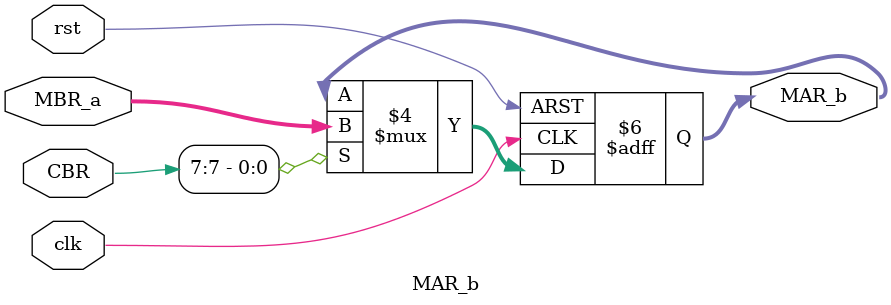
<source format=v>
`timescale 1ns / 1ps


module MAR_b(
input clk,
input rst,
input [21:0] CBR,
input [7:0] MBR_a,
output reg [7:0] MAR_b
    );
    
    initial begin
    MAR_b <= 8'b10100011;
    end
    
    always@(posedge clk or negedge rst)
    begin
        if(~rst)
            MAR_b <= 8'b10100011;
        else
        begin
            if(CBR[7])
                MAR_b[7:0] <= MBR_a[7:0];
        end
    end
endmodule

</source>
